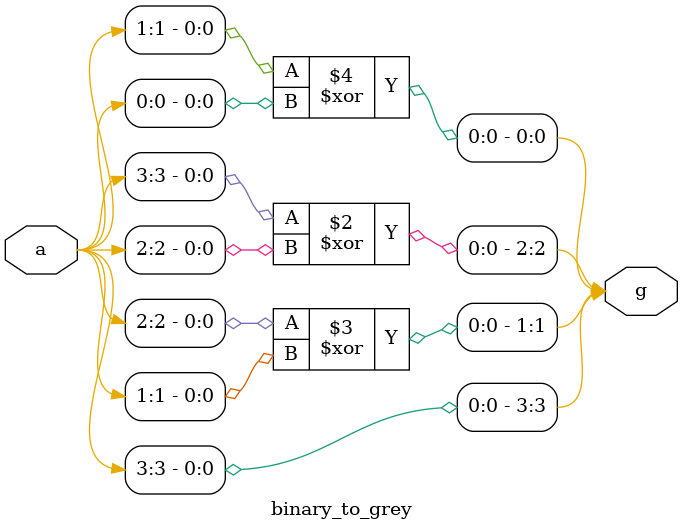
<source format=v>
module binary_to_grey (
    input [3:0] a, 
    output reg [3:0] g
);

always @(*) begin
    g[3] = a[3];
    g[2] = a[3] ^ a[2];
    g[1] = a[2] ^ a[1];
    g[0] = a[1] ^ a[0];
end

endmodule

</source>
